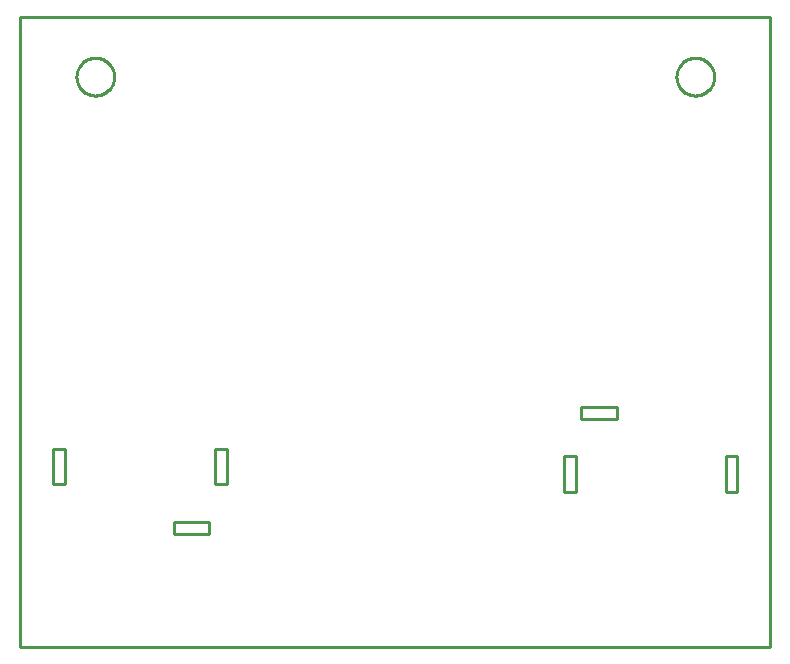
<source format=gbr>
G04 EAGLE Gerber RS-274X export*
G75*
%MOMM*%
%FSLAX34Y34*%
%LPD*%
%IN*%
%IPPOS*%
%AMOC8*
5,1,8,0,0,1.08239X$1,22.5*%
G01*
%ADD10C,0.254000*%


D10*
X0Y0D02*
X635000Y0D01*
X635000Y533400D01*
X0Y533400D01*
X0Y0D01*
X164900Y137400D02*
X174900Y137400D01*
X174900Y167400D01*
X164900Y167400D01*
X164900Y137400D01*
X129900Y95400D02*
X159900Y95400D01*
X159900Y105400D01*
X129900Y105400D01*
X129900Y95400D01*
X27900Y137400D02*
X37900Y137400D01*
X37900Y167400D01*
X27900Y167400D01*
X27900Y137400D01*
X460100Y131050D02*
X470100Y131050D01*
X470100Y161050D01*
X460100Y161050D01*
X460100Y131050D01*
X597100Y131050D02*
X607100Y131050D01*
X607100Y161050D01*
X597100Y161050D01*
X597100Y131050D01*
X475100Y193050D02*
X505100Y193050D01*
X505100Y203050D01*
X475100Y203050D01*
X475100Y193050D01*
X79500Y482076D02*
X79432Y481031D01*
X79295Y479992D01*
X79090Y478965D01*
X78819Y477953D01*
X78483Y476961D01*
X78082Y475993D01*
X77618Y475054D01*
X77095Y474146D01*
X76513Y473275D01*
X75875Y472444D01*
X75184Y471657D01*
X74443Y470916D01*
X73656Y470225D01*
X72825Y469588D01*
X71954Y469006D01*
X71046Y468482D01*
X70107Y468018D01*
X69139Y467617D01*
X68147Y467281D01*
X67135Y467010D01*
X66108Y466805D01*
X65069Y466669D01*
X64024Y466600D01*
X62976Y466600D01*
X61931Y466669D01*
X60892Y466805D01*
X59865Y467010D01*
X58853Y467281D01*
X57861Y467617D01*
X56893Y468018D01*
X55954Y468482D01*
X55046Y469006D01*
X54175Y469588D01*
X53344Y470225D01*
X52557Y470916D01*
X51816Y471657D01*
X51125Y472444D01*
X50488Y473275D01*
X49906Y474146D01*
X49382Y475054D01*
X48918Y475993D01*
X48517Y476961D01*
X48181Y477953D01*
X47910Y478965D01*
X47705Y479992D01*
X47569Y481031D01*
X47500Y482076D01*
X47500Y483124D01*
X47569Y484169D01*
X47705Y485208D01*
X47910Y486235D01*
X48181Y487247D01*
X48517Y488239D01*
X48918Y489207D01*
X49382Y490146D01*
X49906Y491054D01*
X50488Y491925D01*
X51125Y492756D01*
X51816Y493543D01*
X52557Y494284D01*
X53344Y494975D01*
X54175Y495613D01*
X55046Y496195D01*
X55954Y496718D01*
X56893Y497182D01*
X57861Y497583D01*
X58853Y497919D01*
X59865Y498190D01*
X60892Y498395D01*
X61931Y498532D01*
X62976Y498600D01*
X64024Y498600D01*
X65069Y498532D01*
X66108Y498395D01*
X67135Y498190D01*
X68147Y497919D01*
X69139Y497583D01*
X70107Y497182D01*
X71046Y496718D01*
X71954Y496195D01*
X72825Y495613D01*
X73656Y494975D01*
X74443Y494284D01*
X75184Y493543D01*
X75875Y492756D01*
X76513Y491925D01*
X77095Y491054D01*
X77618Y490146D01*
X78082Y489207D01*
X78483Y488239D01*
X78819Y487247D01*
X79090Y486235D01*
X79295Y485208D01*
X79432Y484169D01*
X79500Y483124D01*
X79500Y482076D01*
X587500Y482076D02*
X587432Y481031D01*
X587295Y479992D01*
X587090Y478965D01*
X586819Y477953D01*
X586483Y476961D01*
X586082Y475993D01*
X585618Y475054D01*
X585095Y474146D01*
X584513Y473275D01*
X583875Y472444D01*
X583184Y471657D01*
X582443Y470916D01*
X581656Y470225D01*
X580825Y469588D01*
X579954Y469006D01*
X579046Y468482D01*
X578107Y468018D01*
X577139Y467617D01*
X576147Y467281D01*
X575135Y467010D01*
X574108Y466805D01*
X573069Y466669D01*
X572024Y466600D01*
X570976Y466600D01*
X569931Y466669D01*
X568892Y466805D01*
X567865Y467010D01*
X566853Y467281D01*
X565861Y467617D01*
X564893Y468018D01*
X563954Y468482D01*
X563046Y469006D01*
X562175Y469588D01*
X561344Y470225D01*
X560557Y470916D01*
X559816Y471657D01*
X559125Y472444D01*
X558488Y473275D01*
X557906Y474146D01*
X557382Y475054D01*
X556918Y475993D01*
X556517Y476961D01*
X556181Y477953D01*
X555910Y478965D01*
X555705Y479992D01*
X555569Y481031D01*
X555500Y482076D01*
X555500Y483124D01*
X555569Y484169D01*
X555705Y485208D01*
X555910Y486235D01*
X556181Y487247D01*
X556517Y488239D01*
X556918Y489207D01*
X557382Y490146D01*
X557906Y491054D01*
X558488Y491925D01*
X559125Y492756D01*
X559816Y493543D01*
X560557Y494284D01*
X561344Y494975D01*
X562175Y495613D01*
X563046Y496195D01*
X563954Y496718D01*
X564893Y497182D01*
X565861Y497583D01*
X566853Y497919D01*
X567865Y498190D01*
X568892Y498395D01*
X569931Y498532D01*
X570976Y498600D01*
X572024Y498600D01*
X573069Y498532D01*
X574108Y498395D01*
X575135Y498190D01*
X576147Y497919D01*
X577139Y497583D01*
X578107Y497182D01*
X579046Y496718D01*
X579954Y496195D01*
X580825Y495613D01*
X581656Y494975D01*
X582443Y494284D01*
X583184Y493543D01*
X583875Y492756D01*
X584513Y491925D01*
X585095Y491054D01*
X585618Y490146D01*
X586082Y489207D01*
X586483Y488239D01*
X586819Y487247D01*
X587090Y486235D01*
X587295Y485208D01*
X587432Y484169D01*
X587500Y483124D01*
X587500Y482076D01*
M02*

</source>
